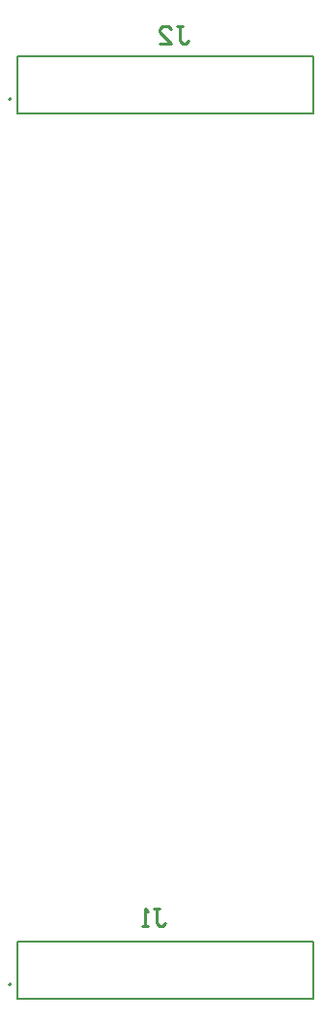
<source format=gbr>
%TF.GenerationSoftware,Altium Limited,Altium Designer,23.4.1 (23)*%
G04 Layer_Color=32896*
%FSLAX45Y45*%
%MOMM*%
%TF.SameCoordinates,B91EE142-B30E-402A-A340-A1283DCE037E*%
%TF.FilePolarity,Positive*%
%TF.FileFunction,Legend,Bot*%
%TF.Part,Single*%
G01*
G75*
%TA.AperFunction,NonConductor*%
%ADD20C,0.20000*%
%ADD22C,0.25400*%
D20*
X300500Y8238000D02*
G03*
X300500Y8238000I-10000J0D01*
G01*
Y508000D02*
G03*
X300500Y508000I-10000J0D01*
G01*
X355500Y8117350D02*
X2946500D01*
X355500Y8612650D02*
X2946500D01*
X355500Y8117350D02*
Y8612650D01*
X2946500Y8117350D02*
Y8612650D01*
X355500Y387350D02*
X2946500D01*
X355500Y882650D02*
X2946500D01*
X355500Y387350D02*
Y882650D01*
X2946500Y387350D02*
Y882650D01*
D22*
X1752592Y8877275D02*
X1803375D01*
X1777983D01*
Y8750317D01*
X1803375Y8724925D01*
X1828767D01*
X1854159Y8750317D01*
X1600241Y8724925D02*
X1701808D01*
X1600241Y8826492D01*
Y8851883D01*
X1625633Y8877275D01*
X1676416D01*
X1701808Y8851883D01*
X1549400Y1168375D02*
X1600183D01*
X1574792D01*
Y1041417D01*
X1600183Y1016025D01*
X1625575D01*
X1650967Y1041417D01*
X1498616Y1016025D02*
X1447833D01*
X1473224D01*
Y1168375D01*
X1498616Y1142983D01*
%TF.MD5,5afdf0ff8566126237fed289504101f6*%
M02*

</source>
